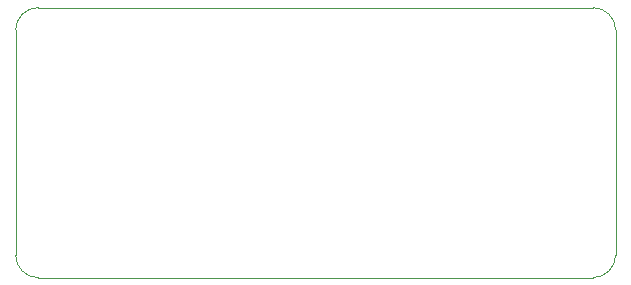
<source format=gm1>
G04 #@! TF.GenerationSoftware,KiCad,Pcbnew,(5.0.0-rc2-dev-444-g2974a2c10)*
G04 #@! TF.CreationDate,2019-10-20T12:44:52-07:00*
G04 #@! TF.ProjectId,Waveform_Gen_ADSR,57617665666F726D5F47656E5F414453,v00*
G04 #@! TF.SameCoordinates,Original*
G04 #@! TF.FileFunction,Profile,NP*
%FSLAX46Y46*%
G04 Gerber Fmt 4.6, Leading zero omitted, Abs format (unit mm)*
G04 Created by KiCad (PCBNEW (5.0.0-rc2-dev-444-g2974a2c10)) date 10/20/19 12:44:52*
%MOMM*%
%LPD*%
G01*
G04 APERTURE LIST*
%ADD10C,0.100000*%
G04 APERTURE END LIST*
D10*
X95250000Y-97155000D02*
G75*
G02X97155000Y-95250000I1905000J0D01*
G01*
X97155000Y-118110000D02*
G75*
G02X95250000Y-116205000I0J1905000D01*
G01*
X146050000Y-116205000D02*
G75*
G02X144145000Y-118110000I-1905000J0D01*
G01*
X144145000Y-95250000D02*
G75*
G02X146050000Y-97155000I0J-1905000D01*
G01*
X95250000Y-116205000D02*
X95250000Y-97155000D01*
X144145000Y-118110000D02*
X97155000Y-118110000D01*
X146050000Y-97155000D02*
X146050000Y-116205000D01*
X97155000Y-95250000D02*
X144145000Y-95250000D01*
M02*

</source>
